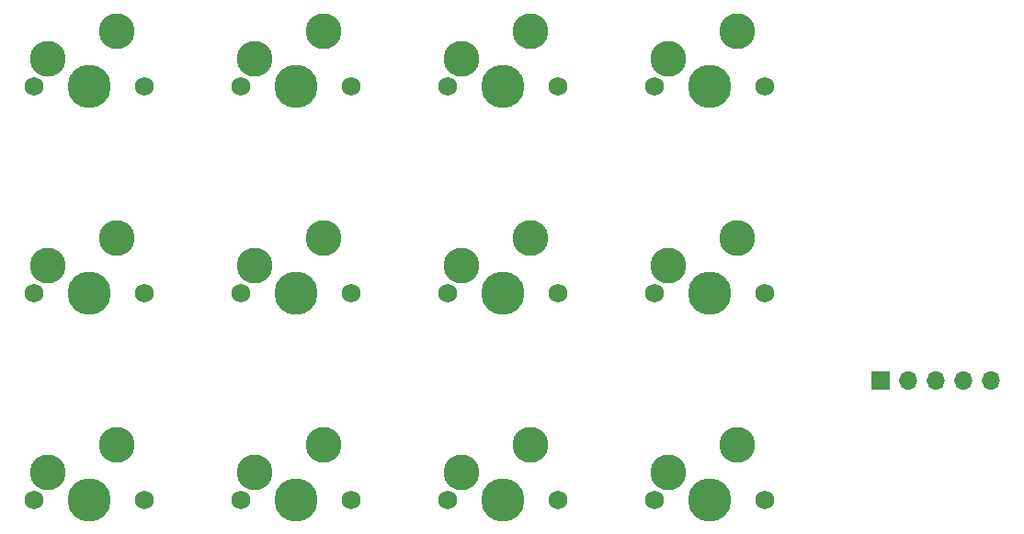
<source format=gbr>
%TF.GenerationSoftware,KiCad,Pcbnew,7.0.6-7.0.6~ubuntu22.10.1*%
%TF.CreationDate,2023-08-12T22:12:45-04:00*%
%TF.ProjectId,ZachEKeyboard,5a616368-454b-4657-9962-6f6172642e6b,rev?*%
%TF.SameCoordinates,Original*%
%TF.FileFunction,Soldermask,Top*%
%TF.FilePolarity,Negative*%
%FSLAX46Y46*%
G04 Gerber Fmt 4.6, Leading zero omitted, Abs format (unit mm)*
G04 Created by KiCad (PCBNEW 7.0.6-7.0.6~ubuntu22.10.1) date 2023-08-12 22:12:45*
%MOMM*%
%LPD*%
G01*
G04 APERTURE LIST*
%ADD10R,1.700000X1.700000*%
%ADD11O,1.700000X1.700000*%
%ADD12C,3.300000*%
%ADD13C,1.750000*%
%ADD14C,3.987800*%
G04 APERTURE END LIST*
D10*
%TO.C,J1*%
X144333750Y-91415000D03*
D11*
X146873750Y-91415000D03*
X149413750Y-91415000D03*
X151953750Y-91415000D03*
X154493750Y-91415000D03*
%TD*%
D12*
%TO.C,MX12*%
X131127500Y-97313750D03*
X124777500Y-99853750D03*
D13*
X123507500Y-102393750D03*
D14*
X128587500Y-102393750D03*
D13*
X133667500Y-102393750D03*
%TD*%
D12*
%TO.C,MX11*%
X112077500Y-97313750D03*
X105727500Y-99853750D03*
D13*
X104457500Y-102393750D03*
D14*
X109537500Y-102393750D03*
D13*
X114617500Y-102393750D03*
%TD*%
D12*
%TO.C,MX10*%
X93027500Y-97313750D03*
X86677500Y-99853750D03*
D13*
X85407500Y-102393750D03*
D14*
X90487500Y-102393750D03*
D13*
X95567500Y-102393750D03*
%TD*%
D12*
%TO.C,MX9*%
X73977500Y-97313750D03*
X67627500Y-99853750D03*
D13*
X66357500Y-102393750D03*
D14*
X71437500Y-102393750D03*
D13*
X76517500Y-102393750D03*
%TD*%
D12*
%TO.C,MX8*%
X131127500Y-78263750D03*
X124777500Y-80803750D03*
D13*
X123507500Y-83343750D03*
D14*
X128587500Y-83343750D03*
D13*
X133667500Y-83343750D03*
%TD*%
D12*
%TO.C,MX7*%
X112077500Y-78263750D03*
X105727500Y-80803750D03*
D13*
X104457500Y-83343750D03*
D14*
X109537500Y-83343750D03*
D13*
X114617500Y-83343750D03*
%TD*%
D12*
%TO.C,MX6*%
X93027500Y-78263750D03*
X86677500Y-80803750D03*
D13*
X85407500Y-83343750D03*
D14*
X90487500Y-83343750D03*
D13*
X95567500Y-83343750D03*
%TD*%
D12*
%TO.C,MX5*%
X73977500Y-78263750D03*
X67627500Y-80803750D03*
D13*
X66357500Y-83343750D03*
D14*
X71437500Y-83343750D03*
D13*
X76517500Y-83343750D03*
%TD*%
D12*
%TO.C,MX4*%
X131127500Y-59213750D03*
X124777500Y-61753750D03*
D13*
X123507500Y-64293750D03*
D14*
X128587500Y-64293750D03*
D13*
X133667500Y-64293750D03*
%TD*%
D12*
%TO.C,MX3*%
X112077500Y-59213750D03*
X105727500Y-61753750D03*
D13*
X104457500Y-64293750D03*
D14*
X109537500Y-64293750D03*
D13*
X114617500Y-64293750D03*
%TD*%
D12*
%TO.C,MX2*%
X93027500Y-59213750D03*
X86677500Y-61753750D03*
D13*
X85407500Y-64293750D03*
D14*
X90487500Y-64293750D03*
D13*
X95567500Y-64293750D03*
%TD*%
D12*
%TO.C,MX1*%
X73977500Y-59213750D03*
X67627500Y-61753750D03*
D13*
X66357500Y-64293750D03*
D14*
X71437500Y-64293750D03*
D13*
X76517500Y-64293750D03*
%TD*%
M02*

</source>
